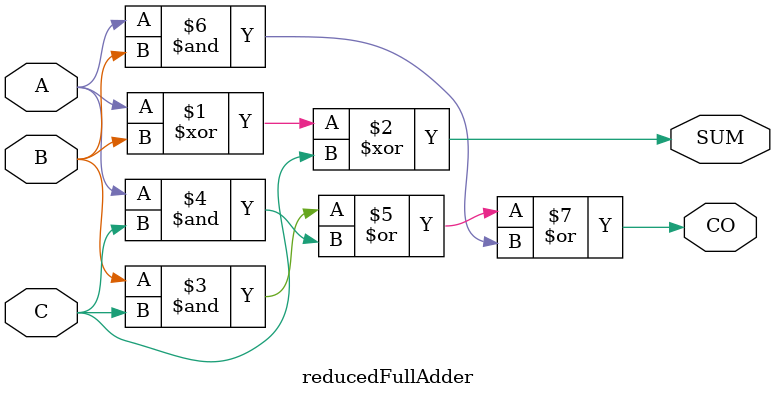
<source format=v>
`timescale 1ns / 1ps


module reducedFullAdder(
    input A,
    input B,
    input C,
    output SUM,
    output CO
    );
    
    // POS assign SUM = (~B) & (A^C) | B & (~(A^C)) ;
    // assign SUM = (A & (~(B^C))) | ((~A) & (B^C)) ;
    assign SUM = A^B^C ;
    assign CO = (B&C) | (A&C) | (A&B) ;
endmodule

</source>
